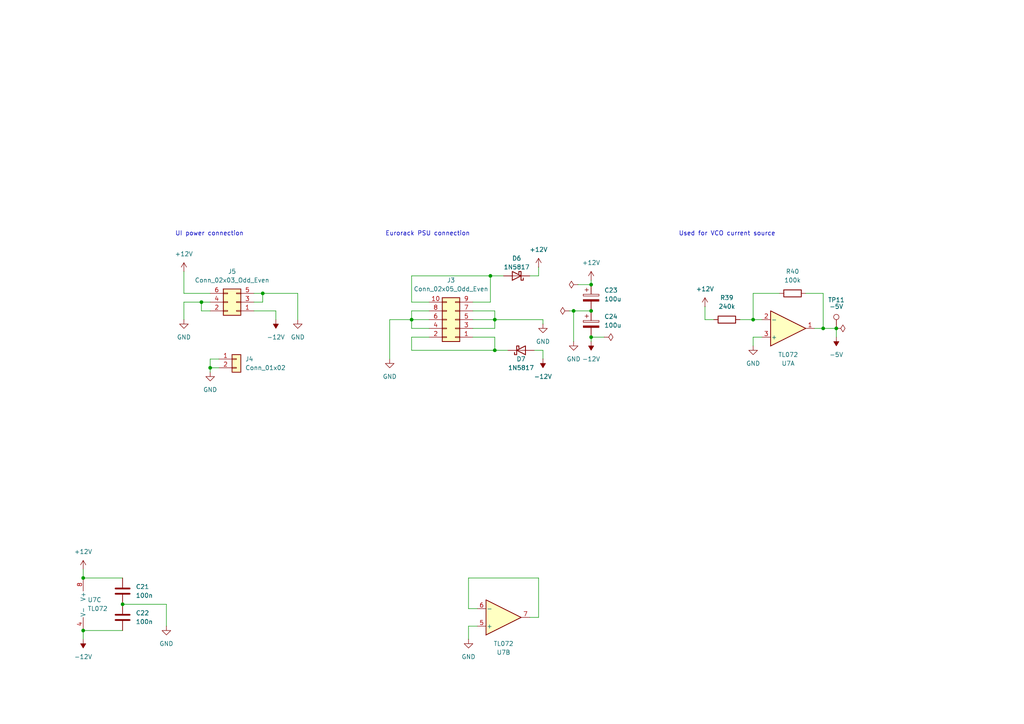
<source format=kicad_sch>
(kicad_sch (version 20250114) (generator "eeschema") (generator_version "9.0")
  (paper "A4")
  (lib_symbols
    (symbol "Amplifier_Operational:TL072" (pin_names (offset 0.127))
      (property "Reference" "U" (at 0 5.08 0))
      (property "Value" "TL072" (at 0 -5.08 0))
      (symbol "TL072_1_1"
        (polyline (pts (xy -5.08 5.08) (xy 5.08 0) (xy -5.08 -5.08) (xy -5.08 5.08)) (stroke (width 0.254)) (fill (type background)))
        (pin input line (at -7.62 2.54 0) (length 2.54) (name "+") (number "3"))
        (pin input line (at -7.62 -2.54 0) (length 2.54) (name "-") (number "2"))
        (pin output line (at 7.62 0 180) (length 2.54) (name "~") (number "1"))
      )
      (symbol "TL072_2_1"
        (polyline (pts (xy -5.08 5.08) (xy 5.08 0) (xy -5.08 -5.08) (xy -5.08 5.08)) (stroke (width 0.254)) (fill (type background)))
        (pin input line (at -7.62 2.54 0) (length 2.54) (name "+") (number "5"))
        (pin input line (at -7.62 -2.54 0) (length 2.54) (name "-") (number "6"))
        (pin output line (at 7.62 0 180) (length 2.54) (name "~") (number "7"))
      )
      (symbol "TL072_3_1"
        (pin power_in line (at -2.54 7.62 270) (length 3.81) (name "V+") (number "8"))
        (pin power_in line (at -2.54 -7.62 90) (length 3.81) (name "V-") (number "4"))
      )
    )
    (symbol "Connector:TestPoint" (pin_numbers (hide yes)) (pin_names (offset 0.762) (hide yes))
      (property "Reference" "TP" (at 0 6.858 0))
      (property "Value" "TestPoint" (at 0 5.08 0))
      (symbol "TestPoint_0_1"
        (circle (center 0 3.302) (radius 0.762))
      )
      (symbol "TestPoint_1_1"
        (pin passive line (at 0 0 90) (length 2.54) (name "1") (number "1"))
      )
    )
    (symbol "Connector_Generic:Conn_01x02" (pin_names (offset 1.016) (hide yes))
      (property "Reference" "J" (at 0 2.54 0))
      (property "Value" "Conn_01x02" (at 0 -5.08 0))
      (symbol "Conn_01x02_1_1"
        (rectangle (start -1.27 1.27) (end 1.27 -3.81) (stroke (width 0.254)) (fill (type background)))
        (rectangle (start -1.27 0.127) (end 0 -0.127) (stroke (width 0.1524)))
        (rectangle (start -1.27 -2.413) (end 0 -2.667) (stroke (width 0.1524)))
        (pin passive line (at -5.08 0 0) (length 3.81) (name "Pin_1") (number "1"))
        (pin passive line (at -5.08 -2.54 0) (length 3.81) (name "Pin_2") (number "2"))
      )
    )
    (symbol "Connector_Generic:Conn_02x03_Odd_Even" (pin_names (offset 1.016) (hide yes))
      (property "Reference" "J" (at 1.27 5.08 0))
      (property "Value" "Conn_02x03_Odd_Even" (at 1.27 -5.08 0))
      (symbol "Conn_02x03_Odd_Even_1_1"
        (rectangle (start -1.27 3.81) (end 3.81 -3.81) (stroke (width 0.254)) (fill (type background)))
        (rectangle (start -1.27 2.667) (end 0 2.413) (stroke (width 0.1524)))
        (rectangle (start -1.27 0.127) (end 0 -0.127) (stroke (width 0.1524)))
        (rectangle (start -1.27 -2.413) (end 0 -2.667) (stroke (width 0.1524)))
        (rectangle (start 3.81 2.667) (end 2.54 2.413) (stroke (width 0.1524)))
        (rectangle (start 3.81 0.127) (end 2.54 -0.127) (stroke (width 0.1524)))
        (rectangle (start 3.81 -2.413) (end 2.54 -2.667) (stroke (width 0.1524)))
        (pin passive line (at -5.08 2.54 0) (length 3.81) (name "Pin_1") (number "1"))
        (pin passive line (at -5.08 0 0) (length 3.81) (name "Pin_3") (number "3"))
        (pin passive line (at -5.08 -2.54 0) (length 3.81) (name "Pin_5") (number "5"))
        (pin passive line (at 7.62 2.54 180) (length 3.81) (name "Pin_2") (number "2"))
        (pin passive line (at 7.62 0 180) (length 3.81) (name "Pin_4") (number "4"))
        (pin passive line (at 7.62 -2.54 180) (length 3.81) (name "Pin_6") (number "6"))
      )
    )
    (symbol "Connector_Generic:Conn_02x05_Odd_Even" (pin_names (offset 1.016) (hide yes))
      (property "Reference" "J" (at 1.27 7.62 0))
      (property "Value" "Conn_02x05_Odd_Even" (at 1.27 -7.62 0))
      (symbol "Conn_02x05_Odd_Even_1_1"
        (rectangle (start -1.27 6.35) (end 3.81 -6.35) (stroke (width 0.254)) (fill (type background)))
        (rectangle (start -1.27 5.207) (end 0 4.953) (stroke (width 0.1524)))
        (rectangle (start -1.27 2.667) (end 0 2.413) (stroke (width 0.1524)))
        (rectangle (start -1.27 0.127) (end 0 -0.127) (stroke (width 0.1524)))
        (rectangle (start -1.27 -2.413) (end 0 -2.667) (stroke (width 0.1524)))
        (rectangle (start -1.27 -4.953) (end 0 -5.207) (stroke (width 0.1524)))
        (rectangle (start 3.81 5.207) (end 2.54 4.953) (stroke (width 0.1524)))
        (rectangle (start 3.81 2.667) (end 2.54 2.413) (stroke (width 0.1524)))
        (rectangle (start 3.81 0.127) (end 2.54 -0.127) (stroke (width 0.1524)))
        (rectangle (start 3.81 -2.413) (end 2.54 -2.667) (stroke (width 0.1524)))
        (rectangle (start 3.81 -4.953) (end 2.54 -5.207) (stroke (width 0.1524)))
        (pin passive line (at -5.08 5.08 0) (length 3.81) (name "Pin_1") (number "1"))
        (pin passive line (at -5.08 2.54 0) (length 3.81) (name "Pin_3") (number "3"))
        (pin passive line (at -5.08 0 0) (length 3.81) (name "Pin_5") (number "5"))
        (pin passive line (at -5.08 -2.54 0) (length 3.81) (name "Pin_7") (number "7"))
        (pin passive line (at -5.08 -5.08 0) (length 3.81) (name "Pin_9") (number "9"))
        (pin passive line (at 7.62 5.08 180) (length 3.81) (name "Pin_2") (number "2"))
        (pin passive line (at 7.62 2.54 180) (length 3.81) (name "Pin_4") (number "4"))
        (pin passive line (at 7.62 0 180) (length 3.81) (name "Pin_6") (number "6"))
        (pin passive line (at 7.62 -2.54 180) (length 3.81) (name "Pin_8") (number "8"))
        (pin passive line (at 7.62 -5.08 180) (length 3.81) (name "Pin_10") (number "10"))
      )
    )
    (symbol "Device:C" (pin_numbers (hide yes)) (pin_names (offset 0.254))
      (property "Reference" "C" (at 0.635 2.54 0))
      (property "Value" "C" (at 0.635 -2.54 0))
      (symbol "C_0_1"
        (polyline (pts (xy -2.032 0.762) (xy 2.032 0.762)) (stroke (width 0.508)))
        (polyline (pts (xy -2.032 -0.762) (xy 2.032 -0.762)) (stroke (width 0.508)))
      )
      (symbol "C_1_1"
        (pin passive line (at 0 3.81 270) (length 2.794) (name "~") (number "1"))
        (pin passive line (at 0 -3.81 90) (length 2.794) (name "~") (number "2"))
      )
    )
    (symbol "Device:C_Polarized" (pin_numbers (hide yes)) (pin_names (offset 0.254))
      (property "Reference" "C" (at 0.635 2.54 0))
      (property "Value" "C_Polarized" (at 0.635 -2.54 0))
      (symbol "C_Polarized_0_1"
        (rectangle (start -2.286 0.508) (end 2.286 1.016))
        (polyline (pts (xy -1.778 2.286) (xy -0.762 2.286)))
        (polyline (pts (xy -1.27 2.794) (xy -1.27 1.778)))
        (rectangle (start 2.286 -0.508) (end -2.286 -1.016) (fill (type outline)))
      )
      (symbol "C_Polarized_1_1"
        (pin passive line (at 0 3.81 270) (length 2.794) (name "~") (number "1"))
        (pin passive line (at 0 -3.81 90) (length 2.794) (name "~") (number "2"))
      )
    )
    (symbol "Device:D_Schottky" (pin_numbers (hide yes)) (pin_names (offset 1.016) (hide yes))
      (property "Reference" "D" (at 0 2.54 0))
      (property "Value" "D_Schottky" (at 0 -2.54 0))
      (symbol "D_Schottky_0_1"
        (polyline (pts (xy -1.905 0.635) (xy -1.905 1.27) (xy -1.27 1.27) (xy -1.27 -1.27) (xy -0.635 -1.27) (xy -0.635 -0.635)) (stroke (width 0.254)))
        (polyline (pts (xy 1.27 1.27) (xy 1.27 -1.27) (xy -1.27 0) (xy 1.27 1.27)) (stroke (width 0.254)))
        (polyline (pts (xy 1.27 0) (xy -1.27 0)))
      )
      (symbol "D_Schottky_1_1"
        (pin passive line (at -3.81 0 0) (length 2.54) (name "K") (number "1"))
        (pin passive line (at 3.81 0 180) (length 2.54) (name "A") (number "2"))
      )
    )
    (symbol "Device:R" (pin_numbers (hide yes)) (pin_names (offset 0))
      (property "Reference" "R" (at 2.032 0 90))
      (property "Value" "R" (at 0 0 90))
      (symbol "R_0_1"
        (rectangle (start -1.016 -2.54) (end 1.016 2.54) (stroke (width 0.254)))
      )
      (symbol "R_1_1"
        (pin passive line (at 0 3.81 270) (length 1.27) (name "~") (number "1"))
        (pin passive line (at 0 -3.81 90) (length 1.27) (name "~") (number "2"))
      )
    )
    (symbol "power:+12V" (power) (pin_numbers (hide yes)) (pin_names (offset 0) (hide yes))
      (property "Value" "+12V" (at 0 3.556 0))
      (symbol "+12V_0_1"
        (polyline (pts (xy -0.762 1.27) (xy 0 2.54)))
        (polyline (pts (xy 0 2.54) (xy 0.762 1.27)))
        (polyline (pts (xy 0 0) (xy 0 2.54)))
      )
      (symbol "+12V_1_1"
        (pin power_in line (at 0 0 90) (length 0) (name "~") (number "1"))
      )
    )
    (symbol "power:-12V" (power) (pin_numbers (hide yes)) (pin_names (offset 0) (hide yes))
      (property "Value" "-12V" (at 0 3.556 0))
      (symbol "-12V_0_0"
        (pin power_in line (at 0 0 90) (length 0) (name "~") (number "1"))
      )
      (symbol "-12V_0_1"
        (polyline (pts (xy 0 0) (xy 0 1.27) (xy 0.762 1.27) (xy 0 2.54) (xy -0.762 1.27) (xy 0 1.27)) (fill (type outline)))
      )
    )
    (symbol "power:-5V" (power) (pin_numbers (hide yes)) (pin_names (offset 0) (hide yes))
      (property "Value" "-5V" (at 0 3.556 0))
      (symbol "-5V_0_0"
        (pin power_in line (at 0 0 90) (length 0) (name "~") (number "1"))
      )
      (symbol "-5V_0_1"
        (polyline (pts (xy 0 0) (xy 0 1.27) (xy 0.762 1.27) (xy 0 2.54) (xy -0.762 1.27) (xy 0 1.27)) (fill (type outline)))
      )
    )
    (symbol "power:GND" (power) (pin_numbers (hide yes)) (pin_names (offset 0) (hide yes))
      (property "Value" "GND" (at 0 -3.81 0))
      (symbol "GND_0_1"
        (polyline (pts (xy 0 0) (xy 0 -1.27) (xy 1.27 -1.27) (xy 0 -2.54) (xy -1.27 -1.27) (xy 0 -1.27)))
      )
      (symbol "GND_1_1"
        (pin power_in line (at 0 0 270) (length 0) (name "~") (number "1"))
      )
    )
    (symbol "power:PWR_FLAG" (power) (pin_numbers (hide yes)) (pin_names (offset 0) (hide yes))
      (property "Value" "PWR_FLAG" (at 0 3.81 0))
      (symbol "PWR_FLAG_0_0"
        (pin power_out line (at 0 0 90) (length 0) (name "~") (number "1"))
      )
      (symbol "PWR_FLAG_0_1"
        (polyline (pts (xy 0 0) (xy 0 1.27) (xy -1.016 1.905) (xy 0 2.54) (xy 1.016 1.905) (xy 0 1.27)))
      )
    )
  )
  (text "UI power connection" (at 50.8 68.58 0) (effects (font (size 1.27 1.27)) (justify left bottom)))
  (text "Eurorack PSU connection" (at 111.76 68.58 0) (effects (font (size 1.27 1.27)) (justify left bottom)))
  (text "Used for VCO current source" (at 196.85 68.58 0) (effects (font (size 1.27 1.27)) (justify left bottom)))
  (junction (at 24.13 182.88))
  (junction (at 171.45 82.55))
  (junction (at 171.45 97.79))
  (junction (at 35.56 175.26))
  (junction (at 76.2 85.09))
  (junction (at 218.44 92.71))
  (junction (at 143.51 101.6))
  (junction (at 166.37 90.17))
  (junction (at 60.96 106.68))
  (junction (at 242.57 95.25))
  (junction (at 142.24 80.01))
  (junction (at 24.13 167.64))
  (junction (at 238.76 95.25))
  (junction (at 119.38 92.71))
  (junction (at 143.51 92.71))
  (junction (at 171.45 90.17))
  (junction (at 58.42 87.63))
  (wire (pts (xy 238.76 95.25) (xy 236.22 95.25)))
  (wire (pts (xy 135.89 176.53) (xy 138.43 176.53)))
  (wire (pts (xy 60.96 106.68) (xy 60.96 107.95)))
  (wire (pts (xy 142.24 87.63) (xy 142.24 80.01)))
  (wire (pts (xy 143.51 95.25) (xy 143.51 92.71)))
  (wire (pts (xy 48.26 175.26) (xy 35.56 175.26)))
  (wire (pts (xy 63.5 104.14) (xy 60.96 104.14)))
  (wire (pts (xy 48.26 181.61) (xy 48.26 175.26)))
  (wire (pts (xy 119.38 87.63) (xy 124.46 87.63)))
  (wire (pts (xy 226.06 85.09) (xy 218.44 85.09)))
  (wire (pts (xy 143.51 92.71) (xy 157.48 92.71)))
  (wire (pts (xy 171.45 81.28) (xy 171.45 82.55)))
  (wire (pts (xy 242.57 95.25) (xy 238.76 95.25)))
  (wire (pts (xy 113.03 104.14) (xy 113.03 92.71)))
  (wire (pts (xy 137.16 87.63) (xy 142.24 87.63)))
  (wire (pts (xy 143.51 97.79) (xy 143.51 101.6)))
  (wire (pts (xy 153.67 80.01) (xy 156.21 80.01)))
  (wire (pts (xy 143.51 92.71) (xy 143.51 90.17)))
  (wire (pts (xy 53.34 87.63) (xy 58.42 87.63)))
  (wire (pts (xy 76.2 87.63) (xy 76.2 85.09)))
  (wire (pts (xy 60.96 90.17) (xy 58.42 90.17)))
  (wire (pts (xy 143.51 90.17) (xy 137.16 90.17)))
  (wire (pts (xy 204.47 88.9) (xy 204.47 92.71)))
  (wire (pts (xy 156.21 167.64) (xy 135.89 167.64)))
  (wire (pts (xy 80.01 90.17) (xy 73.66 90.17)))
  (wire (pts (xy 60.96 106.68) (xy 63.5 106.68)))
  (wire (pts (xy 24.13 165.1) (xy 24.13 167.64)))
  (wire (pts (xy 156.21 179.07) (xy 156.21 167.64)))
  (wire (pts (xy 242.57 97.79) (xy 242.57 95.25)))
  (wire (pts (xy 204.47 92.71) (xy 207.01 92.71)))
  (wire (pts (xy 119.38 97.79) (xy 119.38 101.6)))
  (wire (pts (xy 119.38 95.25) (xy 124.46 95.25)))
  (wire (pts (xy 233.68 85.09) (xy 238.76 85.09)))
  (wire (pts (xy 119.38 101.6) (xy 143.51 101.6)))
  (wire (pts (xy 220.98 97.79) (xy 218.44 97.79)))
  (wire (pts (xy 175.26 97.79) (xy 171.45 97.79)))
  (wire (pts (xy 86.36 85.09) (xy 76.2 85.09)))
  (wire (pts (xy 119.38 80.01) (xy 142.24 80.01)))
  (wire (pts (xy 86.36 92.71) (xy 86.36 85.09)))
  (wire (pts (xy 166.37 90.17) (xy 171.45 90.17)))
  (wire (pts (xy 135.89 167.64) (xy 135.89 176.53)))
  (wire (pts (xy 167.64 82.55) (xy 171.45 82.55)))
  (wire (pts (xy 58.42 87.63) (xy 60.96 87.63)))
  (wire (pts (xy 24.13 185.42) (xy 24.13 182.88)))
  (wire (pts (xy 113.03 92.71) (xy 119.38 92.71)))
  (wire (pts (xy 214.63 92.71) (xy 218.44 92.71)))
  (wire (pts (xy 119.38 97.79) (xy 124.46 97.79)))
  (wire (pts (xy 119.38 90.17) (xy 124.46 90.17)))
  (wire (pts (xy 53.34 78.74) (xy 53.34 85.09)))
  (wire (pts (xy 73.66 87.63) (xy 76.2 87.63)))
  (wire (pts (xy 119.38 92.71) (xy 119.38 95.25)))
  (wire (pts (xy 146.05 80.01) (xy 142.24 80.01)))
  (wire (pts (xy 166.37 99.06) (xy 166.37 90.17)))
  (wire (pts (xy 218.44 97.79) (xy 218.44 100.33)))
  (wire (pts (xy 53.34 85.09) (xy 60.96 85.09)))
  (wire (pts (xy 119.38 80.01) (xy 119.38 87.63)))
  (wire (pts (xy 58.42 90.17) (xy 58.42 87.63)))
  (wire (pts (xy 143.51 101.6) (xy 147.32 101.6)))
  (wire (pts (xy 53.34 92.71) (xy 53.34 87.63)))
  (wire (pts (xy 157.48 93.98) (xy 157.48 92.71)))
  (wire (pts (xy 218.44 85.09) (xy 218.44 92.71)))
  (wire (pts (xy 135.89 185.42) (xy 135.89 181.61)))
  (wire (pts (xy 137.16 97.79) (xy 143.51 97.79)))
  (wire (pts (xy 76.2 85.09) (xy 73.66 85.09)))
  (wire (pts (xy 153.67 179.07) (xy 156.21 179.07)))
  (wire (pts (xy 24.13 182.88) (xy 35.56 182.88)))
  (wire (pts (xy 238.76 85.09) (xy 238.76 95.25)))
  (wire (pts (xy 119.38 92.71) (xy 119.38 90.17)))
  (wire (pts (xy 218.44 92.71) (xy 220.98 92.71)))
  (wire (pts (xy 24.13 167.64) (xy 35.56 167.64)))
  (wire (pts (xy 157.48 101.6) (xy 157.48 104.14)))
  (wire (pts (xy 80.01 92.71) (xy 80.01 90.17)))
  (wire (pts (xy 154.94 101.6) (xy 157.48 101.6)))
  (wire (pts (xy 135.89 181.61) (xy 138.43 181.61)))
  (wire (pts (xy 165.1 90.17) (xy 166.37 90.17)))
  (wire (pts (xy 171.45 97.79) (xy 171.45 99.06)))
  (wire (pts (xy 156.21 77.47) (xy 156.21 80.01)))
  (wire (pts (xy 137.16 92.71) (xy 143.51 92.71)))
  (wire (pts (xy 137.16 95.25) (xy 143.51 95.25)))
  (wire (pts (xy 60.96 104.14) (xy 60.96 106.68)))
  (wire (pts (xy 119.38 92.71) (xy 124.46 92.71)))
  (symbol (lib_id "power:+12V") (at 53.34 78.74 0) (unit 1)
    (property "Reference" "#PWR059" (effects (hide yes)))
    (property "Value" "+12V" (at 53.34 73.66 0))
    (property "Description" "Power symbol creates a global label with name \"+12V\"" (effects (hide yes)))
  )
  (symbol (lib_id "Device:C") (at 35.56 179.07 0) (unit 1)
    (property "Reference" "C22" (at 39.37 177.8 0) (effects (justify left)))
    (property "Value" "100n" (at 39.37 180.34 0) (effects (justify left)))
    (property "Footprint" "Capacitor_SMD:C_0603_1608Metric" (effects (hide yes)))
    (property "LCSC" "C14663" (effects (hide yes)))
  )
  (symbol (lib_id "Device:C_Polarized") (at 171.45 86.36 0) (unit 1)
    (property "Reference" "C23" (at 175.26 84.201 0) (effects (justify left)))
    (property "Value" "100u" (at 175.26 86.741 0) (effects (justify left)))
    (property "Footprint" "Capacitor_SMD:CP_Elec_6.3x7.7" (effects (hide yes)))
    (property "LCSC" "C2836437" (effects (hide yes)))
    (property "Vendor" "JLCPCB" (effects (hide yes)))
    (property "FT Rotation Offset" "180" (effects (hide yes)))
  )
  (symbol (lib_id "Connector:TestPoint") (at 242.57 95.25 0) (unit 1) (in_bom no)
    (property "Reference" "TP11" (at 242.57 86.995 0))
    (property "Value" "-5V" (at 242.57 88.9 0))
    (property "Footprint" "TestPoint:TestPoint_THTPad_2.0x2.0mm_Drill1.0mm" (effects (hide yes)))
  )
  (symbol (lib_id "power:GND") (at 113.03 104.14 0) (unit 1)
    (property "Reference" "#PWR047" (effects (hide yes)))
    (property "Value" "GND" (at 113.03 109.22 0))
    (property "Description" "Power symbol creates a global label with name \"GND\" , ground" (effects (hide yes)))
  )
  (symbol (lib_id "Device:R") (at 229.87 85.09 90) (unit 1)
    (property "Reference" "R40" (at 229.87 78.74 90))
    (property "Value" "100k" (at 229.87 81.28 90))
    (property "Footprint" "Resistor_SMD:R_0603_1608Metric" (effects (hide yes)))
    (property "LCSC" "C25803" (effects (hide yes)))
    (property "Vendor" "JLCPCB" (effects (hide yes)))
  )
  (symbol (lib_id "power:GND") (at 218.44 100.33 0) (unit 1)
    (property "Reference" "#PWR056" (effects (hide yes)))
    (property "Value" "GND" (at 218.44 105.41 0))
    (property "Description" "Power symbol creates a global label with name \"GND\" , ground" (effects (hide yes)))
  )
  (symbol (lib_id "power:-12V") (at 24.13 185.42 180) (unit 1)
    (property "Reference" "#PWR045" (effects (hide yes)))
    (property "Value" "-12V" (at 24.13 190.5 0))
    (property "Description" "Power symbol creates a global label with name \"-12V\"" (effects (hide yes)))
  )
  (symbol (lib_id "Device:D_Schottky") (at 151.13 101.6 0) (mirror x) (unit 1)
    (property "Reference" "D7" (at 151.13 104.14 0))
    (property "Value" "1N5817" (at 151.13 106.68 0))
    (property "Footprint" "Diode_SMD:D_SOD-323" (effects (hide yes)))
    (property "Description" "Schottky diode" (effects (hide yes)))
    (property "LCSC" "C5190152" (effects (hide yes)))
  )
  (symbol (lib_id "Device:R") (at 210.82 92.71 90) (unit 1)
    (property "Reference" "R39" (at 210.82 86.36 90))
    (property "Value" "240k" (at 210.82 88.9 90))
    (property "Footprint" "Resistor_SMD:R_0603_1608Metric" (effects (hide yes)))
    (property "LCSC" "C2907016" (effects (hide yes)))
    (property "Vendor" "JLCPCB" (effects (hide yes)))
  )
  (symbol (lib_id "power:GND") (at 157.48 93.98 0) (unit 1)
    (property "Reference" "#PWR050" (effects (hide yes)))
    (property "Value" "GND" (at 157.48 99.06 0))
    (property "Description" "Power symbol creates a global label with name \"GND\" , ground" (effects (hide yes)))
  )
  (symbol (lib_id "power:+12V") (at 204.47 88.9 0) (unit 1)
    (property "Reference" "#PWR055" (effects (hide yes)))
    (property "Value" "+12V" (at 204.47 83.82 0))
    (property "Description" "Power symbol creates a global label with name \"+12V\"" (effects (hide yes)))
  )
  (symbol (lib_id "power:-12V") (at 80.01 92.71 180) (unit 1)
    (property "Reference" "#PWR060" (effects (hide yes)))
    (property "Value" "-12V" (at 80.01 97.79 0))
    (property "Description" "Power symbol creates a global label with name \"-12V\"" (effects (hide yes)))
  )
  (symbol (lib_id "power:PWR_FLAG") (at 167.64 82.55 90) (unit 1)
    (property "Reference" "#FLG02" (effects (hide yes)))
    (property "Value" "PWR_FLAG" (effects (hide yes)))
    (property "Description" "Special symbol for telling ERC where power comes from" (effects (hide yes)))
  )
  (symbol (lib_id "Amplifier_Operational:TL072") (at 146.05 179.07 0) (mirror x) (unit 2)
    (property "Reference" "U7" (at 146.05 189.23 0))
    (property "Value" "TL072" (at 146.05 186.69 0))
    (property "Footprint" "Package_SO:SOIC-8_3.9x4.9mm_P1.27mm" (effects (hide yes)))
    (property "Datasheet" "http://www.ti.com/lit/ds/symlink/tl071.pdf" (effects (hide yes)))
    (property "Description" "Dual Low-Noise JFET-Input Operational Amplifiers, DIP-8/SOIC-8" (effects (hide yes)))
    (property "Vendor" "JLCPCB" (effects (hide yes)))
    (property "LCSC" "C6961" (effects (hide yes)))
  )
  (symbol (lib_id "Connector_Generic:Conn_02x03_Odd_Even") (at 68.58 87.63 180) (unit 1) (in_bom no)
    (property "Reference" "J5" (at 67.31 78.74 0))
    (property "Value" "Conn_02x03_Odd_Even" (at 67.31 81.28 0))
    (property "Footprint" "Connector_PinSocket_2.54mm:PinSocket_2x03_P2.54mm_Vertical" (effects (hide yes)))
    (property "Description" "Generic connector, double row, 02x03, odd/even pin numbering scheme (row 1 odd numbers, row 2 even numbers), script generated (kicad-library-utils/schlib/autogen/connector/)" (effects (hide yes)))
  )
  (symbol (lib_id "power:GND") (at 166.37 99.06 0) (unit 1)
    (property "Reference" "#PWR052" (effects (hide yes)))
    (property "Value" "GND" (at 166.37 104.14 0))
    (property "Description" "Power symbol creates a global label with name \"GND\" , ground" (effects (hide yes)))
  )
  (symbol (lib_id "power:-12V") (at 157.48 104.14 180) (unit 1)
    (property "Reference" "#PWR049" (effects (hide yes)))
    (property "Value" "-12V" (at 157.48 109.22 0))
    (property "Description" "Power symbol creates a global label with name \"-12V\"" (effects (hide yes)))
  )
  (symbol (lib_id "Device:C") (at 35.56 171.45 0) (unit 1)
    (property "Reference" "C21" (at 39.37 170.18 0) (effects (justify left)))
    (property "Value" "100n" (at 39.37 172.72 0) (effects (justify left)))
    (property "Footprint" "Capacitor_SMD:C_0603_1608Metric" (effects (hide yes)))
    (property "LCSC" "C14663" (effects (hide yes)))
  )
  (symbol (lib_id "Device:C_Polarized") (at 171.45 93.98 0) (unit 1)
    (property "Reference" "C24" (at 175.26 91.821 0) (effects (justify left)))
    (property "Value" "100u" (at 175.26 94.361 0) (effects (justify left)))
    (property "Footprint" "Capacitor_SMD:CP_Elec_6.3x7.7" (effects (hide yes)))
    (property "LCSC" "C2836437" (effects (hide yes)))
    (property "Vendor" "JLCPCB" (effects (hide yes)))
    (property "FT Rotation Offset" "180" (effects (hide yes)))
  )
  (symbol (lib_id "power:PWR_FLAG") (at 165.1 90.17 90) (unit 1)
    (property "Reference" "#FLG01" (effects (hide yes)))
    (property "Value" "PWR_FLAG" (effects (hide yes)))
    (property "Description" "Special symbol for telling ERC where power comes from" (effects (hide yes)))
  )
  (symbol (lib_id "power:GND") (at 86.36 92.71 0) (unit 1)
    (property "Reference" "#PWR061" (effects (hide yes)))
    (property "Value" "GND" (at 86.36 97.79 0))
    (property "Description" "Power symbol creates a global label with name \"GND\" , ground" (effects (hide yes)))
  )
  (symbol (lib_id "Connector_Generic:Conn_02x05_Odd_Even") (at 132.08 92.71 180) (unit 1) (in_bom no)
    (property "Reference" "J3" (at 130.81 81.28 0))
    (property "Value" "Conn_02x05_Odd_Even" (at 130.81 83.82 0))
    (property "Footprint" "Connector_IDC:IDC-Header_2x05_P2.54mm_Horizontal" (effects (hide yes)))
    (property "Description" "Generic connector, double row, 02x05, odd/even pin numbering scheme (row 1 odd numbers, row 2 even numbers), script generated (kicad-library-utils/schlib/autogen/connector/)" (effects (hide yes)))
  )
  (symbol (lib_id "power:+12V") (at 171.45 81.28 0) (unit 1)
    (property "Reference" "#PWR053" (effects (hide yes)))
    (property "Value" "+12V" (at 171.45 76.2 0))
    (property "Description" "Power symbol creates a global label with name \"+12V\"" (effects (hide yes)))
  )
  (symbol (lib_id "Device:D_Schottky") (at 149.86 80.01 180) (unit 1)
    (property "Reference" "D6" (at 149.86 74.93 0))
    (property "Value" "1N5817" (at 149.86 77.47 0))
    (property "Footprint" "Diode_SMD:D_SOD-323" (effects (hide yes)))
    (property "Description" "Schottky diode" (effects (hide yes)))
    (property "LCSC" "C5190152" (effects (hide yes)))
  )
  (symbol (lib_id "power:+12V") (at 156.21 77.47 0) (unit 1)
    (property "Reference" "#PWR048" (effects (hide yes)))
    (property "Value" "+12V" (at 156.21 72.39 0))
    (property "Description" "Power symbol creates a global label with name \"+12V\"" (effects (hide yes)))
  )
  (symbol (lib_id "power:-5V") (at 242.57 97.79 180) (unit 1)
    (property "Reference" "#PWR057" (effects (hide yes)))
    (property "Value" "-5V" (at 242.57 102.87 0))
    (property "Description" "Power symbol creates a global label with name \"-5V\"" (effects (hide yes)))
  )
  (symbol (lib_id "Connector_Generic:Conn_01x02") (at 68.58 104.14 0) (unit 1)
    (property "Reference" "J4" (at 71.12 104.1399 0) (effects (justify left)))
    (property "Value" "Conn_01x02" (at 71.12 106.6799 0) (effects (justify left)))
    (property "Footprint" "Connector_PinSocket_2.54mm:PinSocket_1x02_P2.54mm_Vertical" (effects (hide yes)))
    (property "Description" "Generic connector, single row, 01x02, script generated (kicad-library-utils/schlib/autogen/connector/)" (effects (hide yes)))
  )
  (symbol (lib_id "Amplifier_Operational:TL072") (at 26.67 175.26 0) (unit 3)
    (property "Reference" "U7" (at 25.4 173.9899 0) (effects (justify left)))
    (property "Value" "TL072" (at 25.4 176.5299 0) (effects (justify left)))
    (property "Footprint" "Package_SO:SOIC-8_3.9x4.9mm_P1.27mm" (effects (hide yes)))
    (property "Datasheet" "http://www.ti.com/lit/ds/symlink/tl071.pdf" (effects (hide yes)))
    (property "Description" "Dual Low-Noise JFET-Input Operational Amplifiers, DIP-8/SOIC-8" (effects (hide yes)))
    (property "Vendor" "JLCPCB" (effects (hide yes)))
    (property "LCSC" "C6961" (effects (hide yes)))
  )
  (symbol (lib_id "power:GND") (at 60.96 107.95 0) (unit 1)
    (property "Reference" "#PWR058" (effects (hide yes)))
    (property "Value" "GND" (at 60.96 113.03 0))
    (property "Description" "Power symbol creates a global label with name \"GND\" , ground" (effects (hide yes)))
  )
  (symbol (lib_id "power:-12V") (at 171.45 99.06 180) (unit 1)
    (property "Reference" "#PWR054" (effects (hide yes)))
    (property "Value" "-12V" (at 171.45 104.14 0))
    (property "Description" "Power symbol creates a global label with name \"-12V\"" (effects (hide yes)))
  )
  (symbol (lib_id "power:PWR_FLAG") (at 175.26 97.79 270) (unit 1)
    (property "Reference" "#FLG03" (effects (hide yes)))
    (property "Value" "PWR_FLAG" (effects (hide yes)))
    (property "Description" "Special symbol for telling ERC where power comes from" (effects (hide yes)))
  )
  (symbol (lib_id "power:PWR_FLAG") (at 242.57 95.25 270) (unit 1)
    (property "Reference" "#FLG04" (effects (hide yes)))
    (property "Value" "PWR_FLAG" (effects (hide yes)))
  )
  (symbol (lib_id "Amplifier_Operational:TL072") (at 228.6 95.25 0) (mirror x) (unit 1)
    (property "Reference" "U7" (at 228.6 105.41 0))
    (property "Value" "TL072" (at 228.6 102.87 0))
    (property "Footprint" "Package_SO:SOIC-8_3.9x4.9mm_P1.27mm" (effects (hide yes)))
    (property "Datasheet" "http://www.ti.com/lit/ds/symlink/tl071.pdf" (effects (hide yes)))
    (property "Description" "Dual Low-Noise JFET-Input Operational Amplifiers, DIP-8/SOIC-8" (effects (hide yes)))
    (property "Vendor" "JLCPCB" (effects (hide yes)))
    (property "LCSC" "C6961" (effects (hide yes)))
  )
  (symbol (lib_id "power:GND") (at 53.34 92.71 0) (unit 1)
    (property "Reference" "#PWR062" (effects (hide yes)))
    (property "Value" "GND" (at 53.34 97.79 0))
    (property "Description" "Power symbol creates a global label with name \"GND\" , ground" (effects (hide yes)))
  )
  (symbol (lib_id "power:GND") (at 48.26 181.61 0) (unit 1)
    (property "Reference" "#PWR046" (effects (hide yes)))
    (property "Value" "GND" (at 48.26 186.69 0))
    (property "Description" "Power symbol creates a global label with name \"GND\" , ground" (effects (hide yes)))
  )
  (symbol (lib_id "power:GND") (at 135.89 185.42 0) (unit 1)
    (property "Reference" "#PWR051" (effects (hide yes)))
    (property "Value" "GND" (at 135.89 190.5 0))
    (property "Description" "Power symbol creates a global label with name \"GND\" , ground" (effects (hide yes)))
  )
  (symbol (lib_id "power:+12V") (at 24.13 165.1 0) (unit 1)
    (property "Reference" "#PWR044" (effects (hide yes)))
    (property "Value" "+12V" (at 24.13 160.02 0))
    (property "Description" "Power symbol creates a global label with name \"+12V\"" (effects (hide yes)))
  )
)
</source>
